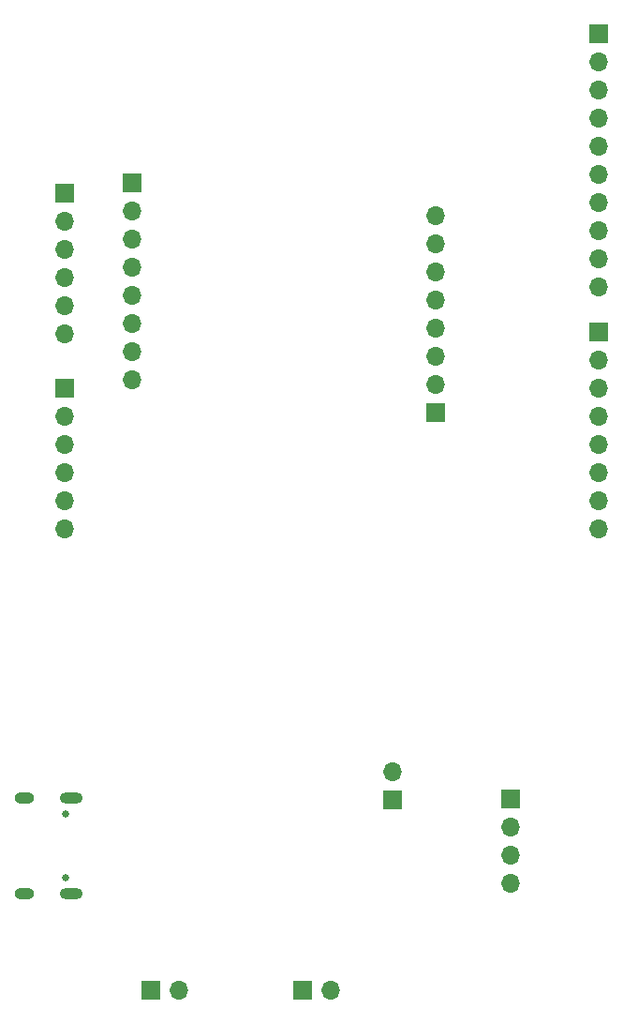
<source format=gbr>
%TF.GenerationSoftware,KiCad,Pcbnew,(6.0.10)*%
%TF.CreationDate,2023-03-08T17:02:45-06:00*%
%TF.ProjectId,445,3434352e-6b69-4636-9164-5f7063625858,rev?*%
%TF.SameCoordinates,Original*%
%TF.FileFunction,Soldermask,Bot*%
%TF.FilePolarity,Negative*%
%FSLAX46Y46*%
G04 Gerber Fmt 4.6, Leading zero omitted, Abs format (unit mm)*
G04 Created by KiCad (PCBNEW (6.0.10)) date 2023-03-08 17:02:45*
%MOMM*%
%LPD*%
G01*
G04 APERTURE LIST*
%ADD10R,1.700000X1.700000*%
%ADD11O,1.700000X1.700000*%
%ADD12C,0.650000*%
%ADD13O,2.100000X1.000000*%
%ADD14O,1.800000X1.000000*%
G04 APERTURE END LIST*
D10*
%TO.C,J7*%
X155194000Y-85217000D03*
D11*
X155194000Y-82677000D03*
X155194000Y-80137000D03*
X155194000Y-77597000D03*
X155194000Y-75057000D03*
X155194000Y-72517000D03*
X155194000Y-69977000D03*
X155194000Y-67437000D03*
%TD*%
D10*
%TO.C,J8*%
X151245000Y-120257000D03*
D11*
X151245000Y-117717000D03*
%TD*%
D10*
%TO.C,J10*%
X161913000Y-120130000D03*
D11*
X161913000Y-122670000D03*
X161913000Y-125210000D03*
X161913000Y-127750000D03*
%TD*%
D10*
%TO.C,J9*%
X143112000Y-137402000D03*
D11*
X145652000Y-137402000D03*
%TD*%
D12*
%TO.C,J5*%
X121714000Y-121495951D03*
X121714000Y-127275951D03*
D13*
X122214000Y-120065951D03*
D14*
X118034000Y-120065951D03*
D13*
X122214000Y-128705951D03*
D14*
X118034000Y-128705951D03*
%TD*%
D10*
%TO.C,J6*%
X127762000Y-64516000D03*
D11*
X127762000Y-67056000D03*
X127762000Y-69596000D03*
X127762000Y-72136000D03*
X127762000Y-74676000D03*
X127762000Y-77216000D03*
X127762000Y-79756000D03*
X127762000Y-82296000D03*
%TD*%
D10*
%TO.C,J11*%
X129401000Y-137402000D03*
D11*
X131941000Y-137402000D03*
%TD*%
D10*
%TO.C,J3*%
X169926000Y-51059000D03*
D11*
X169926000Y-53599000D03*
X169926000Y-56139000D03*
X169926000Y-58679000D03*
X169926000Y-61219000D03*
X169926000Y-63759000D03*
X169926000Y-66299000D03*
X169926000Y-68839000D03*
X169926000Y-71379000D03*
X169926000Y-73919000D03*
%TD*%
D10*
%TO.C,J1*%
X121666000Y-65405000D03*
D11*
X121666000Y-67945000D03*
X121666000Y-70485000D03*
X121666000Y-73025000D03*
X121666000Y-75565000D03*
X121666000Y-78105000D03*
%TD*%
D10*
%TO.C,J2*%
X121666000Y-83058000D03*
D11*
X121666000Y-85598000D03*
X121666000Y-88138000D03*
X121666000Y-90678000D03*
X121666000Y-93218000D03*
X121666000Y-95758000D03*
%TD*%
D10*
%TO.C,J4*%
X169926000Y-77993000D03*
D11*
X169926000Y-80533000D03*
X169926000Y-83073000D03*
X169926000Y-85613000D03*
X169926000Y-88153000D03*
X169926000Y-90693000D03*
X169926000Y-93233000D03*
X169926000Y-95773000D03*
%TD*%
M02*

</source>
